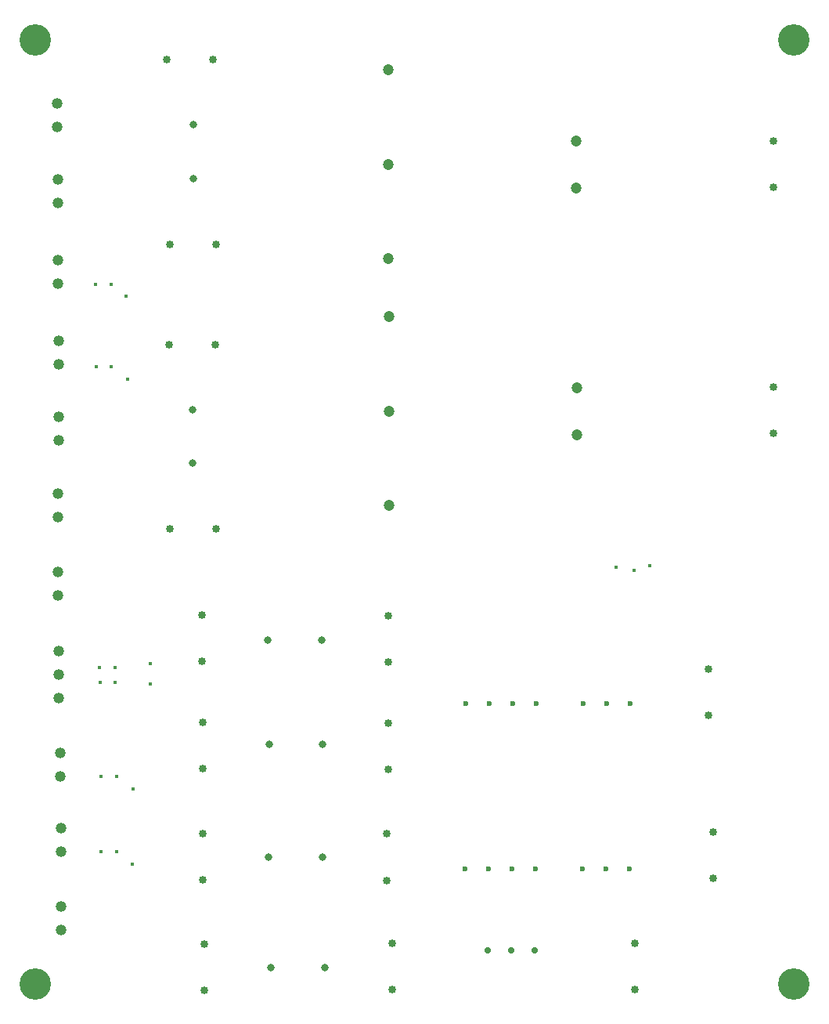
<source format=gbr>
G04 Layer_Color=0*
%FSLAX45Y45*%
%MOMM*%
%TF.FileFunction,Plated,1,2,PTH,Drill*%
%TF.Part,Single*%
G01*
G75*
%TA.AperFunction,ComponentDrill*%
%ADD58C,1.20000*%
%TA.AperFunction,OtherDrill,Pad Free-0 (86mm,106mm)*%
%ADD59C,3.40000*%
%TA.AperFunction,OtherDrill,Pad Free-0 (86mm,4mm)*%
%ADD60C,3.40000*%
%TA.AperFunction,OtherDrill,Pad Free-0 (4mm,4mm)*%
%ADD61C,3.40000*%
%TA.AperFunction,OtherDrill,Pad Free-0 (4mm,106mm)*%
%ADD62C,3.40000*%
%TA.AperFunction,ComponentDrill*%
%ADD63C,0.60000*%
%ADD64C,0.73000*%
%ADD65C,0.85000*%
%ADD66C,0.80000*%
%ADD67C,0.80000*%
%ADD68C,1.19000*%
%ADD69C,0.85000*%
%TA.AperFunction,ViaDrill,NotFilled*%
%ADD70C,0.40000*%
D58*
X4227500Y6590000D02*
D03*
X4227500Y5570000D02*
D03*
Y7610000D02*
D03*
X6257500Y6335000D02*
D03*
Y6844999D02*
D03*
X4217500Y9255000D02*
D03*
X4217500Y8235000D02*
D03*
Y10275000D02*
D03*
X6247500Y9000000D02*
D03*
X6247500Y9510000D02*
D03*
D59*
X8600000Y10600000D02*
D03*
D60*
Y400000D02*
D03*
D61*
X400000D02*
D03*
D62*
Y10600000D02*
D03*
D63*
X5045999Y1640000D02*
D03*
X5300000Y1640000D02*
D03*
X5554000Y1640000D02*
D03*
X5808000D02*
D03*
X6316000D02*
D03*
X6570000Y1640000D02*
D03*
X6824000Y1640000D02*
D03*
X5051000Y3427500D02*
D03*
X5305000D02*
D03*
X5559000Y3427500D02*
D03*
X5813000D02*
D03*
X6321000D02*
D03*
X6575000Y3427500D02*
D03*
X6829000Y3427500D02*
D03*
D64*
X5802500Y765000D02*
D03*
X5548500D02*
D03*
X5294500D02*
D03*
D65*
X4255000Y342500D02*
D03*
Y842500D02*
D03*
X2212500Y1525000D02*
D03*
Y2025001D02*
D03*
X2207501Y2729999D02*
D03*
Y3230000D02*
D03*
X8382500Y6350000D02*
D03*
Y6850000D02*
D03*
Y9012500D02*
D03*
Y9512500D02*
D03*
X2227500Y327500D02*
D03*
Y827500D02*
D03*
X6885000Y337500D02*
D03*
Y837500D02*
D03*
X4202500Y1520000D02*
D03*
Y2020001D02*
D03*
X7730000Y1545000D02*
D03*
Y2045000D02*
D03*
X2200000Y3890000D02*
D03*
Y4390000D02*
D03*
X4215000Y2717500D02*
D03*
Y3217500D02*
D03*
Y3877500D02*
D03*
Y4377500D02*
D03*
X7680000Y3305000D02*
D03*
Y3805000D02*
D03*
D66*
X2922500Y1770000D02*
D03*
X3502500Y1770000D02*
D03*
X3507500Y2985000D02*
D03*
X2927500D02*
D03*
X2912500Y4115000D02*
D03*
X3492500D02*
D03*
X2947500Y577500D02*
D03*
X3527500D02*
D03*
D67*
X2102500Y6025001D02*
D03*
Y6605000D02*
D03*
X2105000Y9102500D02*
D03*
Y9682500D02*
D03*
D68*
X646500Y7970001D02*
D03*
Y8224001D02*
D03*
X636500Y9662500D02*
D03*
Y9916500D02*
D03*
X644500Y8840500D02*
D03*
Y9094500D02*
D03*
X674000Y981001D02*
D03*
Y1235001D02*
D03*
X644500Y4598000D02*
D03*
Y4852000D02*
D03*
X646500Y5446000D02*
D03*
Y5700000D02*
D03*
X652000Y6275500D02*
D03*
Y6529500D02*
D03*
X676499Y1828501D02*
D03*
X676500Y2082500D02*
D03*
X671999Y2643001D02*
D03*
Y2897000D02*
D03*
X654999Y3486000D02*
D03*
Y3994000D02*
D03*
Y3740000D02*
D03*
X649500Y7093001D02*
D03*
Y7347001D02*
D03*
D69*
X1852500Y5320000D02*
D03*
X2352500D02*
D03*
X1845000Y7310000D02*
D03*
X2345000D02*
D03*
X1850000Y8390000D02*
D03*
X2350000Y8390000D02*
D03*
X1822500Y10390000D02*
D03*
X2322501D02*
D03*
D70*
X7045000Y4917500D02*
D03*
X1050000Y7955000D02*
D03*
X1215000Y7957500D02*
D03*
X1382500Y7832500D02*
D03*
X1055000Y7070000D02*
D03*
X1220000D02*
D03*
X1395000Y6937500D02*
D03*
X1097500Y3660000D02*
D03*
X1265000D02*
D03*
X1092500Y3822500D02*
D03*
X1262500D02*
D03*
X1640000Y3865000D02*
D03*
X1642500Y3637500D02*
D03*
X1455000Y2510000D02*
D03*
X1280000Y2645000D02*
D03*
X1112500Y2640000D02*
D03*
X1107500Y1825000D02*
D03*
X1277500Y1827500D02*
D03*
X1450000Y1690000D02*
D03*
X6677500Y4902500D02*
D03*
X6877500Y4872500D02*
D03*
%TF.MD5,14bfd77103ef2977c6ebcbcdefeafcb9*%
M02*

</source>
